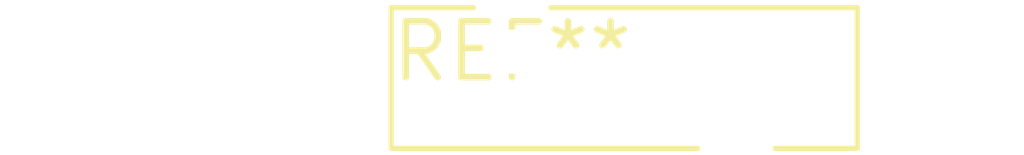
<source format=kicad_pcb>
(kicad_pcb (version 20240108) (generator pcbnew)
  (layers (0 "F.Cu" signal) (31 "B.Cu" signal) (34 "B.Paste" user) (35 "F.Paste" user) (36 "B.SilkS" user "B.Silkscreen") (37 "F.SilkS" user "F.Silkscreen") (38 "B.Mask" user) (39 "F.Mask" user) (44 "Edge.Cuts" user))
  (net 0 "")
  (footprint "Fuse_Bourns_MF-RG500" (layer "F.Cu") (at 0 0)
    (property "Reference" "REF**")
    (property "Value" "Fuse_Bourns_MF-RG500")
    (fp_line (start -2.751 -1) (end -2.751 2.2) (layer "F.SilkS") (stroke (width 0.12)))
    (fp_line (start -2.751 -1) (end -0.879 -1) (layer "F.SilkS") (stroke (width 0.12)))
    (fp_line (start -2.751 2.2) (end 4.222 2.2) (layer "F.SilkS") (stroke (width 0.12)))
    (fp_line (start 0.879 -1) (end 7.85 -1) (layer "F.SilkS") (stroke (width 0.12)))
    (fp_line (start 5.979 2.2) (end 7.85 2.2) (layer "F.SilkS") (stroke (width 0.12)))
    (fp_line (start 7.85 -1) (end 7.85 2.2) (layer "F.SilkS") (stroke (width 0.12)))
    (pad "1" thru_hole circle (at 0 0) (size 2.01 2.01) (drill 1.01) (layers *.Cu *.Mask) (remove_unused_layers))
    (pad "2" thru_hole circle (at 5.1 1.2) (size 2.01 2.01) (drill 1.01) (layers *.Cu *.Mask) (remove_unused_layers))
  )
)
</source>
